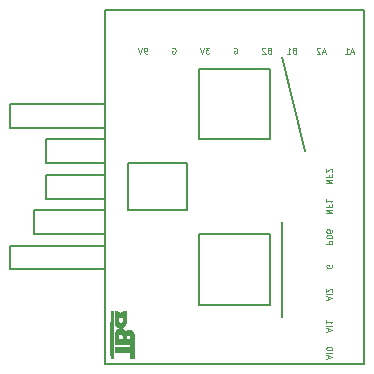
<source format=gbr>
G04 #@! TF.GenerationSoftware,KiCad,Pcbnew,(5.1.5)-3*
G04 #@! TF.CreationDate,2020-11-27T19:53:37+01:00*
G04 #@! TF.ProjectId,nRF52832-toyboard,6e524635-3238-4333-922d-746f79626f61,rev?*
G04 #@! TF.SameCoordinates,Original*
G04 #@! TF.FileFunction,Legend,Bot*
G04 #@! TF.FilePolarity,Positive*
%FSLAX46Y46*%
G04 Gerber Fmt 4.6, Leading zero omitted, Abs format (unit mm)*
G04 Created by KiCad (PCBNEW (5.1.5)-3) date 2020-11-27 19:53:37*
%MOMM*%
%LPD*%
G04 APERTURE LIST*
%ADD10C,0.200000*%
%ADD11C,0.125000*%
%ADD12C,0.010000*%
G04 APERTURE END LIST*
D10*
X150000000Y-97000000D02*
X148000000Y-89000000D01*
X148000000Y-111000000D02*
X148000000Y-103000000D01*
X140000000Y-102000000D02*
X140000000Y-98000000D01*
X140000000Y-98000000D02*
X135000000Y-98000000D01*
X135000000Y-102000000D02*
X140000000Y-102000000D01*
X135000000Y-98000000D02*
X135000000Y-102000000D01*
X147000000Y-96000000D02*
X141000000Y-96000000D01*
X147000000Y-90000000D02*
X147000000Y-96000000D01*
X141000000Y-90000000D02*
X147000000Y-90000000D01*
X141000000Y-96000000D02*
X141000000Y-90000000D01*
X147000000Y-104000000D02*
X141000000Y-104000000D01*
X147000000Y-110000000D02*
X147000000Y-104000000D01*
X141000000Y-110000000D02*
X147000000Y-110000000D01*
X141000000Y-104000000D02*
X141000000Y-110000000D01*
X133000000Y-85000000D02*
X133000000Y-107000000D01*
X155000000Y-85000000D02*
X133000000Y-85000000D01*
X155000000Y-115000000D02*
X155000000Y-85000000D01*
X133000000Y-115000000D02*
X155000000Y-115000000D01*
X133000000Y-107000000D02*
X133000000Y-115000000D01*
X125000000Y-107000000D02*
X133000000Y-107000000D01*
X125000000Y-105000000D02*
X125000000Y-107000000D01*
X133000000Y-105000000D02*
X125000000Y-105000000D01*
X133000000Y-104000000D02*
X133000000Y-105000000D01*
X127000000Y-104000000D02*
X133000000Y-104000000D01*
X127000000Y-102000000D02*
X127000000Y-104000000D01*
X133000000Y-102000000D02*
X127000000Y-102000000D01*
X133000000Y-101000000D02*
X133000000Y-102000000D01*
X128000000Y-101000000D02*
X133000000Y-101000000D01*
X128000000Y-99000000D02*
X128000000Y-101000000D01*
X133000000Y-99000000D02*
X128000000Y-99000000D01*
X133000000Y-98000000D02*
X133000000Y-99000000D01*
X128000000Y-98000000D02*
X133000000Y-98000000D01*
X128000000Y-96000000D02*
X128000000Y-98000000D01*
X133000000Y-96000000D02*
X128000000Y-96000000D01*
X133000000Y-95000000D02*
X133000000Y-96000000D01*
X125000000Y-95000000D02*
X133000000Y-95000000D01*
X125000000Y-93000000D02*
X125000000Y-95000000D01*
X133000000Y-93000000D02*
X125000000Y-93000000D01*
D11*
X154095238Y-88583333D02*
X153857142Y-88583333D01*
X154142857Y-88726190D02*
X153976190Y-88226190D01*
X153809523Y-88726190D01*
X153380952Y-88726190D02*
X153666666Y-88726190D01*
X153523809Y-88726190D02*
X153523809Y-88226190D01*
X153571428Y-88297619D01*
X153619047Y-88345238D01*
X153666666Y-88369047D01*
X151666666Y-88583333D02*
X151428571Y-88583333D01*
X151714285Y-88726190D02*
X151547619Y-88226190D01*
X151380952Y-88726190D01*
X151238095Y-88273809D02*
X151214285Y-88250000D01*
X151166666Y-88226190D01*
X151047619Y-88226190D01*
X151000000Y-88250000D01*
X150976190Y-88273809D01*
X150952380Y-88321428D01*
X150952380Y-88369047D01*
X150976190Y-88440476D01*
X151261904Y-88726190D01*
X150952380Y-88726190D01*
X149047619Y-88464285D02*
X148976190Y-88488095D01*
X148952380Y-88511904D01*
X148928571Y-88559523D01*
X148928571Y-88630952D01*
X148952380Y-88678571D01*
X148976190Y-88702380D01*
X149023809Y-88726190D01*
X149214285Y-88726190D01*
X149214285Y-88226190D01*
X149047619Y-88226190D01*
X149000000Y-88250000D01*
X148976190Y-88273809D01*
X148952380Y-88321428D01*
X148952380Y-88369047D01*
X148976190Y-88416666D01*
X149000000Y-88440476D01*
X149047619Y-88464285D01*
X149214285Y-88464285D01*
X148452380Y-88726190D02*
X148738095Y-88726190D01*
X148595238Y-88726190D02*
X148595238Y-88226190D01*
X148642857Y-88297619D01*
X148690476Y-88345238D01*
X148738095Y-88369047D01*
X146928571Y-88464285D02*
X146857142Y-88488095D01*
X146833333Y-88511904D01*
X146809523Y-88559523D01*
X146809523Y-88630952D01*
X146833333Y-88678571D01*
X146857142Y-88702380D01*
X146904761Y-88726190D01*
X147095238Y-88726190D01*
X147095238Y-88226190D01*
X146928571Y-88226190D01*
X146880952Y-88250000D01*
X146857142Y-88273809D01*
X146833333Y-88321428D01*
X146833333Y-88369047D01*
X146857142Y-88416666D01*
X146880952Y-88440476D01*
X146928571Y-88464285D01*
X147095238Y-88464285D01*
X146619047Y-88273809D02*
X146595238Y-88250000D01*
X146547619Y-88226190D01*
X146428571Y-88226190D01*
X146380952Y-88250000D01*
X146357142Y-88273809D01*
X146333333Y-88321428D01*
X146333333Y-88369047D01*
X146357142Y-88440476D01*
X146642857Y-88726190D01*
X146333333Y-88726190D01*
X143952380Y-88250000D02*
X144000000Y-88226190D01*
X144071428Y-88226190D01*
X144142857Y-88250000D01*
X144190476Y-88297619D01*
X144214285Y-88345238D01*
X144238095Y-88440476D01*
X144238095Y-88511904D01*
X144214285Y-88607142D01*
X144190476Y-88654761D01*
X144142857Y-88702380D01*
X144071428Y-88726190D01*
X144023809Y-88726190D01*
X143952380Y-88702380D01*
X143928571Y-88678571D01*
X143928571Y-88511904D01*
X144023809Y-88511904D01*
X141857142Y-88226190D02*
X141547619Y-88226190D01*
X141714285Y-88416666D01*
X141642857Y-88416666D01*
X141595238Y-88440476D01*
X141571428Y-88464285D01*
X141547619Y-88511904D01*
X141547619Y-88630952D01*
X141571428Y-88678571D01*
X141595238Y-88702380D01*
X141642857Y-88726190D01*
X141785714Y-88726190D01*
X141833333Y-88702380D01*
X141857142Y-88678571D01*
X141404761Y-88226190D02*
X141238095Y-88726190D01*
X141071428Y-88226190D01*
X138738095Y-88250000D02*
X138785714Y-88226190D01*
X138857142Y-88226190D01*
X138928571Y-88250000D01*
X138976190Y-88297619D01*
X139000000Y-88345238D01*
X139023809Y-88440476D01*
X139023809Y-88511904D01*
X139000000Y-88607142D01*
X138976190Y-88654761D01*
X138928571Y-88702380D01*
X138857142Y-88726190D01*
X138809523Y-88726190D01*
X138738095Y-88702380D01*
X138714285Y-88678571D01*
X138714285Y-88511904D01*
X138809523Y-88511904D01*
X136571428Y-88726190D02*
X136476190Y-88726190D01*
X136428571Y-88702380D01*
X136404761Y-88678571D01*
X136357142Y-88607142D01*
X136333333Y-88511904D01*
X136333333Y-88321428D01*
X136357142Y-88273809D01*
X136380952Y-88250000D01*
X136428571Y-88226190D01*
X136523809Y-88226190D01*
X136571428Y-88250000D01*
X136595238Y-88273809D01*
X136619047Y-88321428D01*
X136619047Y-88440476D01*
X136595238Y-88488095D01*
X136571428Y-88511904D01*
X136523809Y-88535714D01*
X136428571Y-88535714D01*
X136380952Y-88511904D01*
X136357142Y-88488095D01*
X136333333Y-88440476D01*
X136190476Y-88226190D02*
X136023809Y-88726190D01*
X135857142Y-88226190D01*
X151916666Y-114523809D02*
X151916666Y-114285714D01*
X151773809Y-114571428D02*
X152273809Y-114404761D01*
X151773809Y-114238095D01*
X151773809Y-114071428D02*
X152273809Y-114071428D01*
X152273809Y-113738095D02*
X152273809Y-113690476D01*
X152250000Y-113642857D01*
X152226190Y-113619047D01*
X152178571Y-113595238D01*
X152083333Y-113571428D01*
X151964285Y-113571428D01*
X151869047Y-113595238D01*
X151821428Y-113619047D01*
X151797619Y-113642857D01*
X151773809Y-113690476D01*
X151773809Y-113738095D01*
X151797619Y-113785714D01*
X151821428Y-113809523D01*
X151869047Y-113833333D01*
X151964285Y-113857142D01*
X152083333Y-113857142D01*
X152178571Y-113833333D01*
X152226190Y-113809523D01*
X152250000Y-113785714D01*
X152273809Y-113738095D01*
X151916666Y-112238095D02*
X151916666Y-112000000D01*
X151773809Y-112285714D02*
X152273809Y-112119047D01*
X151773809Y-111952380D01*
X151773809Y-111785714D02*
X152273809Y-111785714D01*
X151773809Y-111285714D02*
X151773809Y-111571428D01*
X151773809Y-111428571D02*
X152273809Y-111428571D01*
X152202380Y-111476190D01*
X152154761Y-111523809D01*
X152130952Y-111571428D01*
X151916666Y-109571428D02*
X151916666Y-109333333D01*
X151773809Y-109619047D02*
X152273809Y-109452380D01*
X151773809Y-109285714D01*
X151773809Y-109119047D02*
X152273809Y-109119047D01*
X152226190Y-108904761D02*
X152250000Y-108880952D01*
X152273809Y-108833333D01*
X152273809Y-108714285D01*
X152250000Y-108666666D01*
X152226190Y-108642857D01*
X152178571Y-108619047D01*
X152130952Y-108619047D01*
X152059523Y-108642857D01*
X151773809Y-108928571D01*
X151773809Y-108619047D01*
X152250000Y-106619047D02*
X152273809Y-106666666D01*
X152273809Y-106738095D01*
X152250000Y-106809523D01*
X152202380Y-106857142D01*
X152154761Y-106880952D01*
X152059523Y-106904761D01*
X151988095Y-106904761D01*
X151892857Y-106880952D01*
X151845238Y-106857142D01*
X151797619Y-106809523D01*
X151773809Y-106738095D01*
X151773809Y-106690476D01*
X151797619Y-106619047D01*
X151821428Y-106595238D01*
X151988095Y-106595238D01*
X151988095Y-106690476D01*
X151773809Y-104857142D02*
X152273809Y-104857142D01*
X152273809Y-104666666D01*
X152250000Y-104619047D01*
X152226190Y-104595238D01*
X152178571Y-104571428D01*
X152107142Y-104571428D01*
X152059523Y-104595238D01*
X152035714Y-104619047D01*
X152011904Y-104666666D01*
X152011904Y-104857142D01*
X152273809Y-104261904D02*
X152273809Y-104214285D01*
X152250000Y-104166666D01*
X152226190Y-104142857D01*
X152178571Y-104119047D01*
X152083333Y-104095238D01*
X151964285Y-104095238D01*
X151869047Y-104119047D01*
X151821428Y-104142857D01*
X151797619Y-104166666D01*
X151773809Y-104214285D01*
X151773809Y-104261904D01*
X151797619Y-104309523D01*
X151821428Y-104333333D01*
X151869047Y-104357142D01*
X151964285Y-104380952D01*
X152083333Y-104380952D01*
X152178571Y-104357142D01*
X152226190Y-104333333D01*
X152250000Y-104309523D01*
X152273809Y-104261904D01*
X152273809Y-103666666D02*
X152273809Y-103761904D01*
X152250000Y-103809523D01*
X152226190Y-103833333D01*
X152154761Y-103880952D01*
X152059523Y-103904761D01*
X151869047Y-103904761D01*
X151821428Y-103880952D01*
X151797619Y-103857142D01*
X151773809Y-103809523D01*
X151773809Y-103714285D01*
X151797619Y-103666666D01*
X151821428Y-103642857D01*
X151869047Y-103619047D01*
X151988095Y-103619047D01*
X152035714Y-103642857D01*
X152059523Y-103666666D01*
X152083333Y-103714285D01*
X152083333Y-103809523D01*
X152059523Y-103857142D01*
X152035714Y-103880952D01*
X151988095Y-103904761D01*
X151773809Y-102261904D02*
X152273809Y-102261904D01*
X151773809Y-101976190D01*
X152273809Y-101976190D01*
X152035714Y-101571428D02*
X152035714Y-101738095D01*
X151773809Y-101738095D02*
X152273809Y-101738095D01*
X152273809Y-101500000D01*
X151773809Y-101047619D02*
X151773809Y-101333333D01*
X151773809Y-101190476D02*
X152273809Y-101190476D01*
X152202380Y-101238095D01*
X152154761Y-101285714D01*
X152130952Y-101333333D01*
X151773809Y-99690476D02*
X152273809Y-99690476D01*
X151773809Y-99404761D01*
X152273809Y-99404761D01*
X152035714Y-99000000D02*
X152035714Y-99166666D01*
X151773809Y-99166666D02*
X152273809Y-99166666D01*
X152273809Y-98928571D01*
X152226190Y-98761904D02*
X152250000Y-98738095D01*
X152273809Y-98690476D01*
X152273809Y-98571428D01*
X152250000Y-98523809D01*
X152226190Y-98500000D01*
X152178571Y-98476190D01*
X152130952Y-98476190D01*
X152059523Y-98500000D01*
X151773809Y-98785714D01*
X151773809Y-98476190D01*
D12*
G36*
X134818598Y-110973387D02*
G01*
X134808429Y-110486143D01*
X134699572Y-110486143D01*
X134617472Y-110499018D01*
X134582984Y-110547546D01*
X134579119Y-110567786D01*
X134566366Y-110612419D01*
X134532605Y-110636972D01*
X134460450Y-110647342D01*
X134338423Y-110649429D01*
X134211245Y-110646597D01*
X134138733Y-110634514D01*
X134103087Y-110607795D01*
X134089645Y-110574187D01*
X134056120Y-110519491D01*
X133982776Y-110509189D01*
X133967484Y-110510687D01*
X133865000Y-110522429D01*
X133855464Y-111030429D01*
X133852907Y-111243406D01*
X133855316Y-111398066D01*
X133863904Y-111508563D01*
X133879886Y-111589056D01*
X133904478Y-111653700D01*
X133909892Y-111664705D01*
X134002061Y-111790259D01*
X134128054Y-111890361D01*
X134263642Y-111948059D01*
X134325739Y-111955714D01*
X134374495Y-111946508D01*
X134374495Y-111510370D01*
X134304980Y-111506528D01*
X134213170Y-111454433D01*
X134159127Y-111349902D01*
X134139473Y-111186370D01*
X134139443Y-111184643D01*
X134137143Y-111048572D01*
X134536286Y-111048572D01*
X134536286Y-111207837D01*
X134516227Y-111359881D01*
X134460215Y-111463414D01*
X134374495Y-111510370D01*
X134374495Y-111946508D01*
X134483851Y-111925858D01*
X134614666Y-111833619D01*
X134723613Y-111674992D01*
X134733993Y-111654345D01*
X134772440Y-111571505D01*
X134798406Y-111497480D01*
X134813934Y-111415823D01*
X134821068Y-111310083D01*
X134821852Y-111163811D01*
X134818598Y-110973387D01*
G37*
X134818598Y-110973387D02*
X134808429Y-110486143D01*
X134699572Y-110486143D01*
X134617472Y-110499018D01*
X134582984Y-110547546D01*
X134579119Y-110567786D01*
X134566366Y-110612419D01*
X134532605Y-110636972D01*
X134460450Y-110647342D01*
X134338423Y-110649429D01*
X134211245Y-110646597D01*
X134138733Y-110634514D01*
X134103087Y-110607795D01*
X134089645Y-110574187D01*
X134056120Y-110519491D01*
X133982776Y-110509189D01*
X133967484Y-110510687D01*
X133865000Y-110522429D01*
X133855464Y-111030429D01*
X133852907Y-111243406D01*
X133855316Y-111398066D01*
X133863904Y-111508563D01*
X133879886Y-111589056D01*
X133904478Y-111653700D01*
X133909892Y-111664705D01*
X134002061Y-111790259D01*
X134128054Y-111890361D01*
X134263642Y-111948059D01*
X134325739Y-111955714D01*
X134374495Y-111946508D01*
X134374495Y-111510370D01*
X134304980Y-111506528D01*
X134213170Y-111454433D01*
X134159127Y-111349902D01*
X134139473Y-111186370D01*
X134139443Y-111184643D01*
X134137143Y-111048572D01*
X134536286Y-111048572D01*
X134536286Y-111207837D01*
X134516227Y-111359881D01*
X134460215Y-111463414D01*
X134374495Y-111510370D01*
X134374495Y-111946508D01*
X134483851Y-111925858D01*
X134614666Y-111833619D01*
X134723613Y-111674992D01*
X134733993Y-111654345D01*
X134772440Y-111571505D01*
X134798406Y-111497480D01*
X134813934Y-111415823D01*
X134821068Y-111310083D01*
X134821852Y-111163811D01*
X134818598Y-110973387D01*
G36*
X135472191Y-113427874D02*
G01*
X135468917Y-113120614D01*
X135465480Y-112877433D01*
X135461249Y-112689838D01*
X135455594Y-112549339D01*
X135447884Y-112447442D01*
X135437488Y-112375657D01*
X135423775Y-112325491D01*
X135406116Y-112288454D01*
X135385307Y-112257958D01*
X135267688Y-112154649D01*
X135125062Y-112109447D01*
X134976897Y-112123427D01*
X134842658Y-112197658D01*
X134812918Y-112226442D01*
X134732878Y-112312807D01*
X134685601Y-112206001D01*
X134596914Y-112086527D01*
X134468738Y-112016019D01*
X134318461Y-111998363D01*
X134163469Y-112037451D01*
X134097152Y-112074366D01*
X134000759Y-112150674D01*
X133931891Y-112239275D01*
X133886345Y-112353258D01*
X133859918Y-112505711D01*
X133848409Y-112709722D01*
X133846914Y-112853786D01*
X133846857Y-113298286D01*
X134536286Y-113298286D01*
X134536286Y-112899143D01*
X134137143Y-112899143D01*
X134137143Y-112774505D01*
X134147702Y-112657733D01*
X134172145Y-112557804D01*
X134238588Y-112473230D01*
X134305267Y-112441115D01*
X134406918Y-112446566D01*
X134483076Y-112513872D01*
X134527456Y-112634904D01*
X134536286Y-112739877D01*
X134536286Y-112899143D01*
X134536286Y-113298286D01*
X135008000Y-113298286D01*
X135008000Y-112899143D01*
X134826572Y-112899143D01*
X134826572Y-112774735D01*
X134842638Y-112672320D01*
X134881511Y-112595470D01*
X134883592Y-112593306D01*
X134970914Y-112544496D01*
X135066537Y-112543876D01*
X135141102Y-112590005D01*
X135151866Y-112606472D01*
X135179557Y-112694488D01*
X135189429Y-112787900D01*
X135185651Y-112853746D01*
X135161834Y-112886580D01*
X135099250Y-112897884D01*
X135008000Y-112899143D01*
X135008000Y-113298286D01*
X135153143Y-113298286D01*
X135153143Y-113588572D01*
X133846857Y-113588572D01*
X133846857Y-114024000D01*
X135153143Y-114024000D01*
X135153143Y-114495714D01*
X135482811Y-114495714D01*
X135472191Y-113427874D01*
G37*
X135472191Y-113427874D02*
X135468917Y-113120614D01*
X135465480Y-112877433D01*
X135461249Y-112689838D01*
X135455594Y-112549339D01*
X135447884Y-112447442D01*
X135437488Y-112375657D01*
X135423775Y-112325491D01*
X135406116Y-112288454D01*
X135385307Y-112257958D01*
X135267688Y-112154649D01*
X135125062Y-112109447D01*
X134976897Y-112123427D01*
X134842658Y-112197658D01*
X134812918Y-112226442D01*
X134732878Y-112312807D01*
X134685601Y-112206001D01*
X134596914Y-112086527D01*
X134468738Y-112016019D01*
X134318461Y-111998363D01*
X134163469Y-112037451D01*
X134097152Y-112074366D01*
X134000759Y-112150674D01*
X133931891Y-112239275D01*
X133886345Y-112353258D01*
X133859918Y-112505711D01*
X133848409Y-112709722D01*
X133846914Y-112853786D01*
X133846857Y-113298286D01*
X134536286Y-113298286D01*
X134536286Y-112899143D01*
X134137143Y-112899143D01*
X134137143Y-112774505D01*
X134147702Y-112657733D01*
X134172145Y-112557804D01*
X134238588Y-112473230D01*
X134305267Y-112441115D01*
X134406918Y-112446566D01*
X134483076Y-112513872D01*
X134527456Y-112634904D01*
X134536286Y-112739877D01*
X134536286Y-112899143D01*
X134536286Y-113298286D01*
X135008000Y-113298286D01*
X135008000Y-112899143D01*
X134826572Y-112899143D01*
X134826572Y-112774735D01*
X134842638Y-112672320D01*
X134881511Y-112595470D01*
X134883592Y-112593306D01*
X134970914Y-112544496D01*
X135066537Y-112543876D01*
X135141102Y-112590005D01*
X135151866Y-112606472D01*
X135179557Y-112694488D01*
X135189429Y-112787900D01*
X135185651Y-112853746D01*
X135161834Y-112886580D01*
X135099250Y-112897884D01*
X135008000Y-112899143D01*
X135008000Y-113298286D01*
X135153143Y-113298286D01*
X135153143Y-113588572D01*
X133846857Y-113588572D01*
X133846857Y-114024000D01*
X135153143Y-114024000D01*
X135153143Y-114495714D01*
X135482811Y-114495714D01*
X135472191Y-113427874D01*
G36*
X133502143Y-110486143D02*
G01*
X133492764Y-112491949D01*
X133490922Y-112930626D01*
X133489907Y-113302153D01*
X133489835Y-113611951D01*
X133490821Y-113865437D01*
X133492980Y-114068030D01*
X133496429Y-114225150D01*
X133501284Y-114342215D01*
X133507659Y-114424644D01*
X133515670Y-114477856D01*
X133525434Y-114507270D01*
X133536001Y-114517947D01*
X133616874Y-114529061D01*
X133654238Y-114525501D01*
X133668367Y-114519845D01*
X133680312Y-114505006D01*
X133690257Y-114475345D01*
X133698383Y-114425224D01*
X133704874Y-114349005D01*
X133709912Y-114241049D01*
X133713680Y-114095719D01*
X133716359Y-113907376D01*
X133718134Y-113670382D01*
X133719186Y-113379099D01*
X133719698Y-113027889D01*
X133719853Y-112611113D01*
X133719857Y-112499503D01*
X133719857Y-110486143D01*
X133502143Y-110486143D01*
G37*
X133502143Y-110486143D02*
X133492764Y-112491949D01*
X133490922Y-112930626D01*
X133489907Y-113302153D01*
X133489835Y-113611951D01*
X133490821Y-113865437D01*
X133492980Y-114068030D01*
X133496429Y-114225150D01*
X133501284Y-114342215D01*
X133507659Y-114424644D01*
X133515670Y-114477856D01*
X133525434Y-114507270D01*
X133536001Y-114517947D01*
X133616874Y-114529061D01*
X133654238Y-114525501D01*
X133668367Y-114519845D01*
X133680312Y-114505006D01*
X133690257Y-114475345D01*
X133698383Y-114425224D01*
X133704874Y-114349005D01*
X133709912Y-114241049D01*
X133713680Y-114095719D01*
X133716359Y-113907376D01*
X133718134Y-113670382D01*
X133719186Y-113379099D01*
X133719698Y-113027889D01*
X133719853Y-112611113D01*
X133719857Y-112499503D01*
X133719857Y-110486143D01*
X133502143Y-110486143D01*
M02*

</source>
